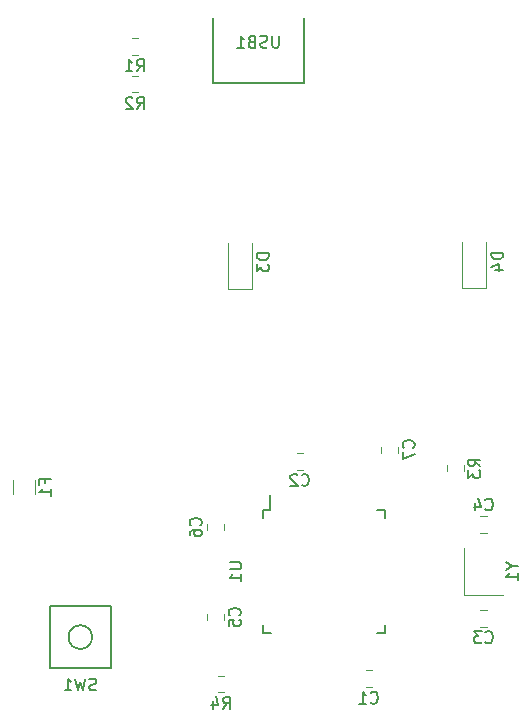
<source format=gbr>
G04 #@! TF.GenerationSoftware,KiCad,Pcbnew,(5.1.4)-1*
G04 #@! TF.CreationDate,2023-01-16T00:03:53+01:00*
G04 #@! TF.ProjectId,2ButtonKeyboardPCB,32427574-746f-46e4-9b65-79626f617264,rev?*
G04 #@! TF.SameCoordinates,Original*
G04 #@! TF.FileFunction,Legend,Bot*
G04 #@! TF.FilePolarity,Positive*
%FSLAX46Y46*%
G04 Gerber Fmt 4.6, Leading zero omitted, Abs format (unit mm)*
G04 Created by KiCad (PCBNEW (5.1.4)-1) date 2023-01-16 00:03:53*
%MOMM*%
%LPD*%
G04 APERTURE LIST*
%ADD10C,0.120000*%
%ADD11C,0.150000*%
G04 APERTURE END LIST*
D10*
X170068750Y-72893750D02*
X170068750Y-68993750D01*
X168068750Y-72893750D02*
X168068750Y-68993750D01*
X170068750Y-72893750D02*
X168068750Y-72893750D01*
X189912500Y-72831250D02*
X189912500Y-68931250D01*
X187912500Y-72831250D02*
X187912500Y-68931250D01*
X189912500Y-72831250D02*
X187912500Y-72831250D01*
X188056250Y-98837500D02*
X188056250Y-94837500D01*
X191356250Y-98837500D02*
X188056250Y-98837500D01*
D11*
X166806250Y-50006250D02*
X166806250Y-55456250D01*
X174506250Y-50006250D02*
X174506250Y-55456250D01*
X166806250Y-55456250D02*
X174506250Y-55456250D01*
X171612500Y-91662500D02*
X171612500Y-90387500D01*
X171037500Y-102012500D02*
X171037500Y-101337500D01*
X181387500Y-102012500D02*
X181387500Y-101337500D01*
X181387500Y-91662500D02*
X181387500Y-92337500D01*
X171037500Y-91662500D02*
X171037500Y-92337500D01*
X181387500Y-91662500D02*
X180712500Y-91662500D01*
X181387500Y-102012500D02*
X180712500Y-102012500D01*
X171037500Y-102012500D02*
X171712500Y-102012500D01*
X171037500Y-91662500D02*
X171612500Y-91662500D01*
X158175000Y-99793750D02*
X152975000Y-99793750D01*
X152975000Y-99793750D02*
X152975000Y-104993750D01*
X152975000Y-104993750D02*
X158175000Y-104993750D01*
X158175000Y-104993750D02*
X158175000Y-99793750D01*
X156575000Y-102393750D02*
G75*
G03X156575000Y-102393750I-1000000J0D01*
G01*
D10*
X167222672Y-105652500D02*
X167739828Y-105652500D01*
X167222672Y-107072500D02*
X167739828Y-107072500D01*
X186615000Y-88364828D02*
X186615000Y-87847672D01*
X188035000Y-88364828D02*
X188035000Y-87847672D01*
X159935172Y-54852500D02*
X160452328Y-54852500D01*
X159935172Y-56272500D02*
X160452328Y-56272500D01*
X159935172Y-51677500D02*
X160452328Y-51677500D01*
X159935172Y-53097500D02*
X160452328Y-53097500D01*
X149902500Y-90295814D02*
X149902500Y-89091686D01*
X151722500Y-90295814D02*
X151722500Y-89091686D01*
X181058750Y-86777328D02*
X181058750Y-86260172D01*
X182478750Y-86777328D02*
X182478750Y-86260172D01*
X167746750Y-92832422D02*
X167746750Y-93349578D01*
X166326750Y-92832422D02*
X166326750Y-93349578D01*
X166326750Y-100969578D02*
X166326750Y-100452422D01*
X167746750Y-100969578D02*
X167746750Y-100452422D01*
X189964828Y-93578750D02*
X189447672Y-93578750D01*
X189964828Y-92158750D02*
X189447672Y-92158750D01*
X189447672Y-100096250D02*
X189964828Y-100096250D01*
X189447672Y-101516250D02*
X189964828Y-101516250D01*
X173890172Y-86793000D02*
X174407328Y-86793000D01*
X173890172Y-88213000D02*
X174407328Y-88213000D01*
X179732172Y-105208000D02*
X180249328Y-105208000D01*
X179732172Y-106628000D02*
X180249328Y-106628000D01*
D11*
X171521130Y-69905654D02*
X170521130Y-69905654D01*
X170521130Y-70143750D01*
X170568750Y-70286607D01*
X170663988Y-70381845D01*
X170759226Y-70429464D01*
X170949702Y-70477083D01*
X171092559Y-70477083D01*
X171283035Y-70429464D01*
X171378273Y-70381845D01*
X171473511Y-70286607D01*
X171521130Y-70143750D01*
X171521130Y-69905654D01*
X170521130Y-70810416D02*
X170521130Y-71429464D01*
X170902083Y-71096130D01*
X170902083Y-71238988D01*
X170949702Y-71334226D01*
X170997321Y-71381845D01*
X171092559Y-71429464D01*
X171330654Y-71429464D01*
X171425892Y-71381845D01*
X171473511Y-71334226D01*
X171521130Y-71238988D01*
X171521130Y-70953273D01*
X171473511Y-70858035D01*
X171425892Y-70810416D01*
X191364880Y-69843154D02*
X190364880Y-69843154D01*
X190364880Y-70081250D01*
X190412500Y-70224107D01*
X190507738Y-70319345D01*
X190602976Y-70366964D01*
X190793452Y-70414583D01*
X190936309Y-70414583D01*
X191126785Y-70366964D01*
X191222023Y-70319345D01*
X191317261Y-70224107D01*
X191364880Y-70081250D01*
X191364880Y-69843154D01*
X190698214Y-71271726D02*
X191364880Y-71271726D01*
X190317261Y-71033630D02*
X191031547Y-70795535D01*
X191031547Y-71414583D01*
X192132440Y-96361309D02*
X192608630Y-96361309D01*
X191608630Y-96027976D02*
X192132440Y-96361309D01*
X191608630Y-96694642D01*
X192608630Y-97551785D02*
X192608630Y-96980357D01*
X192608630Y-97266071D02*
X191608630Y-97266071D01*
X191751488Y-97170833D01*
X191846726Y-97075595D01*
X191894345Y-96980357D01*
X172394345Y-51490630D02*
X172394345Y-52300154D01*
X172346726Y-52395392D01*
X172299107Y-52443011D01*
X172203869Y-52490630D01*
X172013392Y-52490630D01*
X171918154Y-52443011D01*
X171870535Y-52395392D01*
X171822916Y-52300154D01*
X171822916Y-51490630D01*
X171394345Y-52443011D02*
X171251488Y-52490630D01*
X171013392Y-52490630D01*
X170918154Y-52443011D01*
X170870535Y-52395392D01*
X170822916Y-52300154D01*
X170822916Y-52204916D01*
X170870535Y-52109678D01*
X170918154Y-52062059D01*
X171013392Y-52014440D01*
X171203869Y-51966821D01*
X171299107Y-51919202D01*
X171346726Y-51871583D01*
X171394345Y-51776345D01*
X171394345Y-51681107D01*
X171346726Y-51585869D01*
X171299107Y-51538250D01*
X171203869Y-51490630D01*
X170965773Y-51490630D01*
X170822916Y-51538250D01*
X170061011Y-51966821D02*
X169918154Y-52014440D01*
X169870535Y-52062059D01*
X169822916Y-52157297D01*
X169822916Y-52300154D01*
X169870535Y-52395392D01*
X169918154Y-52443011D01*
X170013392Y-52490630D01*
X170394345Y-52490630D01*
X170394345Y-51490630D01*
X170061011Y-51490630D01*
X169965773Y-51538250D01*
X169918154Y-51585869D01*
X169870535Y-51681107D01*
X169870535Y-51776345D01*
X169918154Y-51871583D01*
X169965773Y-51919202D01*
X170061011Y-51966821D01*
X170394345Y-51966821D01*
X168870535Y-52490630D02*
X169441964Y-52490630D01*
X169156250Y-52490630D02*
X169156250Y-51490630D01*
X169251488Y-51633488D01*
X169346726Y-51728726D01*
X169441964Y-51776345D01*
X168214880Y-96075595D02*
X169024404Y-96075595D01*
X169119642Y-96123214D01*
X169167261Y-96170833D01*
X169214880Y-96266071D01*
X169214880Y-96456547D01*
X169167261Y-96551785D01*
X169119642Y-96599404D01*
X169024404Y-96647023D01*
X168214880Y-96647023D01*
X169214880Y-97647023D02*
X169214880Y-97075595D01*
X169214880Y-97361309D02*
X168214880Y-97361309D01*
X168357738Y-97266071D01*
X168452976Y-97170833D01*
X168500595Y-97075595D01*
X156908333Y-106862511D02*
X156765476Y-106910130D01*
X156527380Y-106910130D01*
X156432142Y-106862511D01*
X156384523Y-106814892D01*
X156336904Y-106719654D01*
X156336904Y-106624416D01*
X156384523Y-106529178D01*
X156432142Y-106481559D01*
X156527380Y-106433940D01*
X156717857Y-106386321D01*
X156813095Y-106338702D01*
X156860714Y-106291083D01*
X156908333Y-106195845D01*
X156908333Y-106100607D01*
X156860714Y-106005369D01*
X156813095Y-105957750D01*
X156717857Y-105910130D01*
X156479761Y-105910130D01*
X156336904Y-105957750D01*
X156003571Y-105910130D02*
X155765476Y-106910130D01*
X155575000Y-106195845D01*
X155384523Y-106910130D01*
X155146428Y-105910130D01*
X154241666Y-106910130D02*
X154813095Y-106910130D01*
X154527380Y-106910130D02*
X154527380Y-105910130D01*
X154622619Y-106052988D01*
X154717857Y-106148226D01*
X154813095Y-106195845D01*
X167647916Y-108464880D02*
X167981250Y-107988690D01*
X168219345Y-108464880D02*
X168219345Y-107464880D01*
X167838392Y-107464880D01*
X167743154Y-107512500D01*
X167695535Y-107560119D01*
X167647916Y-107655357D01*
X167647916Y-107798214D01*
X167695535Y-107893452D01*
X167743154Y-107941071D01*
X167838392Y-107988690D01*
X168219345Y-107988690D01*
X166790773Y-107798214D02*
X166790773Y-108464880D01*
X167028869Y-107417261D02*
X167266964Y-108131547D01*
X166647916Y-108131547D01*
X189427380Y-87939583D02*
X188951190Y-87606250D01*
X189427380Y-87368154D02*
X188427380Y-87368154D01*
X188427380Y-87749107D01*
X188475000Y-87844345D01*
X188522619Y-87891964D01*
X188617857Y-87939583D01*
X188760714Y-87939583D01*
X188855952Y-87891964D01*
X188903571Y-87844345D01*
X188951190Y-87749107D01*
X188951190Y-87368154D01*
X188427380Y-88272916D02*
X188427380Y-88891964D01*
X188808333Y-88558630D01*
X188808333Y-88701488D01*
X188855952Y-88796726D01*
X188903571Y-88844345D01*
X188998809Y-88891964D01*
X189236904Y-88891964D01*
X189332142Y-88844345D01*
X189379761Y-88796726D01*
X189427380Y-88701488D01*
X189427380Y-88415773D01*
X189379761Y-88320535D01*
X189332142Y-88272916D01*
X160360416Y-57664880D02*
X160693750Y-57188690D01*
X160931845Y-57664880D02*
X160931845Y-56664880D01*
X160550892Y-56664880D01*
X160455654Y-56712500D01*
X160408035Y-56760119D01*
X160360416Y-56855357D01*
X160360416Y-56998214D01*
X160408035Y-57093452D01*
X160455654Y-57141071D01*
X160550892Y-57188690D01*
X160931845Y-57188690D01*
X159979464Y-56760119D02*
X159931845Y-56712500D01*
X159836607Y-56664880D01*
X159598511Y-56664880D01*
X159503273Y-56712500D01*
X159455654Y-56760119D01*
X159408035Y-56855357D01*
X159408035Y-56950595D01*
X159455654Y-57093452D01*
X160027083Y-57664880D01*
X159408035Y-57664880D01*
X160360416Y-54489880D02*
X160693750Y-54013690D01*
X160931845Y-54489880D02*
X160931845Y-53489880D01*
X160550892Y-53489880D01*
X160455654Y-53537500D01*
X160408035Y-53585119D01*
X160360416Y-53680357D01*
X160360416Y-53823214D01*
X160408035Y-53918452D01*
X160455654Y-53966071D01*
X160550892Y-54013690D01*
X160931845Y-54013690D01*
X159408035Y-54489880D02*
X159979464Y-54489880D01*
X159693750Y-54489880D02*
X159693750Y-53489880D01*
X159788988Y-53632738D01*
X159884226Y-53727976D01*
X159979464Y-53775595D01*
X152561071Y-89360416D02*
X152561071Y-89027083D01*
X153084880Y-89027083D02*
X152084880Y-89027083D01*
X152084880Y-89503273D01*
X153084880Y-90408035D02*
X153084880Y-89836607D01*
X153084880Y-90122321D02*
X152084880Y-90122321D01*
X152227738Y-90027083D01*
X152322976Y-89931845D01*
X152370595Y-89836607D01*
X183775892Y-86352083D02*
X183823511Y-86304464D01*
X183871130Y-86161607D01*
X183871130Y-86066369D01*
X183823511Y-85923511D01*
X183728273Y-85828273D01*
X183633035Y-85780654D01*
X183442559Y-85733035D01*
X183299702Y-85733035D01*
X183109226Y-85780654D01*
X183013988Y-85828273D01*
X182918750Y-85923511D01*
X182871130Y-86066369D01*
X182871130Y-86161607D01*
X182918750Y-86304464D01*
X182966369Y-86352083D01*
X182871130Y-86685416D02*
X182871130Y-87352083D01*
X183871130Y-86923511D01*
X165743892Y-92924333D02*
X165791511Y-92876714D01*
X165839130Y-92733857D01*
X165839130Y-92638619D01*
X165791511Y-92495761D01*
X165696273Y-92400523D01*
X165601035Y-92352904D01*
X165410559Y-92305285D01*
X165267702Y-92305285D01*
X165077226Y-92352904D01*
X164981988Y-92400523D01*
X164886750Y-92495761D01*
X164839130Y-92638619D01*
X164839130Y-92733857D01*
X164886750Y-92876714D01*
X164934369Y-92924333D01*
X164839130Y-93781476D02*
X164839130Y-93591000D01*
X164886750Y-93495761D01*
X164934369Y-93448142D01*
X165077226Y-93352904D01*
X165267702Y-93305285D01*
X165648654Y-93305285D01*
X165743892Y-93352904D01*
X165791511Y-93400523D01*
X165839130Y-93495761D01*
X165839130Y-93686238D01*
X165791511Y-93781476D01*
X165743892Y-93829095D01*
X165648654Y-93876714D01*
X165410559Y-93876714D01*
X165315321Y-93829095D01*
X165267702Y-93781476D01*
X165220083Y-93686238D01*
X165220083Y-93495761D01*
X165267702Y-93400523D01*
X165315321Y-93352904D01*
X165410559Y-93305285D01*
X169043892Y-100544333D02*
X169091511Y-100496714D01*
X169139130Y-100353857D01*
X169139130Y-100258619D01*
X169091511Y-100115761D01*
X168996273Y-100020523D01*
X168901035Y-99972904D01*
X168710559Y-99925285D01*
X168567702Y-99925285D01*
X168377226Y-99972904D01*
X168281988Y-100020523D01*
X168186750Y-100115761D01*
X168139130Y-100258619D01*
X168139130Y-100353857D01*
X168186750Y-100496714D01*
X168234369Y-100544333D01*
X168139130Y-101449095D02*
X168139130Y-100972904D01*
X168615321Y-100925285D01*
X168567702Y-100972904D01*
X168520083Y-101068142D01*
X168520083Y-101306238D01*
X168567702Y-101401476D01*
X168615321Y-101449095D01*
X168710559Y-101496714D01*
X168948654Y-101496714D01*
X169043892Y-101449095D01*
X169091511Y-101401476D01*
X169139130Y-101306238D01*
X169139130Y-101068142D01*
X169091511Y-100972904D01*
X169043892Y-100925285D01*
X189872916Y-91575892D02*
X189920535Y-91623511D01*
X190063392Y-91671130D01*
X190158630Y-91671130D01*
X190301488Y-91623511D01*
X190396726Y-91528273D01*
X190444345Y-91433035D01*
X190491964Y-91242559D01*
X190491964Y-91099702D01*
X190444345Y-90909226D01*
X190396726Y-90813988D01*
X190301488Y-90718750D01*
X190158630Y-90671130D01*
X190063392Y-90671130D01*
X189920535Y-90718750D01*
X189872916Y-90766369D01*
X189015773Y-91004464D02*
X189015773Y-91671130D01*
X189253869Y-90623511D02*
X189491964Y-91337797D01*
X188872916Y-91337797D01*
X189872916Y-102813392D02*
X189920535Y-102861011D01*
X190063392Y-102908630D01*
X190158630Y-102908630D01*
X190301488Y-102861011D01*
X190396726Y-102765773D01*
X190444345Y-102670535D01*
X190491964Y-102480059D01*
X190491964Y-102337202D01*
X190444345Y-102146726D01*
X190396726Y-102051488D01*
X190301488Y-101956250D01*
X190158630Y-101908630D01*
X190063392Y-101908630D01*
X189920535Y-101956250D01*
X189872916Y-102003869D01*
X189539583Y-101908630D02*
X188920535Y-101908630D01*
X189253869Y-102289583D01*
X189111011Y-102289583D01*
X189015773Y-102337202D01*
X188968154Y-102384821D01*
X188920535Y-102480059D01*
X188920535Y-102718154D01*
X188968154Y-102813392D01*
X189015773Y-102861011D01*
X189111011Y-102908630D01*
X189396726Y-102908630D01*
X189491964Y-102861011D01*
X189539583Y-102813392D01*
X174315416Y-89510142D02*
X174363035Y-89557761D01*
X174505892Y-89605380D01*
X174601130Y-89605380D01*
X174743988Y-89557761D01*
X174839226Y-89462523D01*
X174886845Y-89367285D01*
X174934464Y-89176809D01*
X174934464Y-89033952D01*
X174886845Y-88843476D01*
X174839226Y-88748238D01*
X174743988Y-88653000D01*
X174601130Y-88605380D01*
X174505892Y-88605380D01*
X174363035Y-88653000D01*
X174315416Y-88700619D01*
X173934464Y-88700619D02*
X173886845Y-88653000D01*
X173791607Y-88605380D01*
X173553511Y-88605380D01*
X173458273Y-88653000D01*
X173410654Y-88700619D01*
X173363035Y-88795857D01*
X173363035Y-88891095D01*
X173410654Y-89033952D01*
X173982083Y-89605380D01*
X173363035Y-89605380D01*
X180157416Y-107925142D02*
X180205035Y-107972761D01*
X180347892Y-108020380D01*
X180443130Y-108020380D01*
X180585988Y-107972761D01*
X180681226Y-107877523D01*
X180728845Y-107782285D01*
X180776464Y-107591809D01*
X180776464Y-107448952D01*
X180728845Y-107258476D01*
X180681226Y-107163238D01*
X180585988Y-107068000D01*
X180443130Y-107020380D01*
X180347892Y-107020380D01*
X180205035Y-107068000D01*
X180157416Y-107115619D01*
X179205035Y-108020380D02*
X179776464Y-108020380D01*
X179490750Y-108020380D02*
X179490750Y-107020380D01*
X179585988Y-107163238D01*
X179681226Y-107258476D01*
X179776464Y-107306095D01*
M02*

</source>
